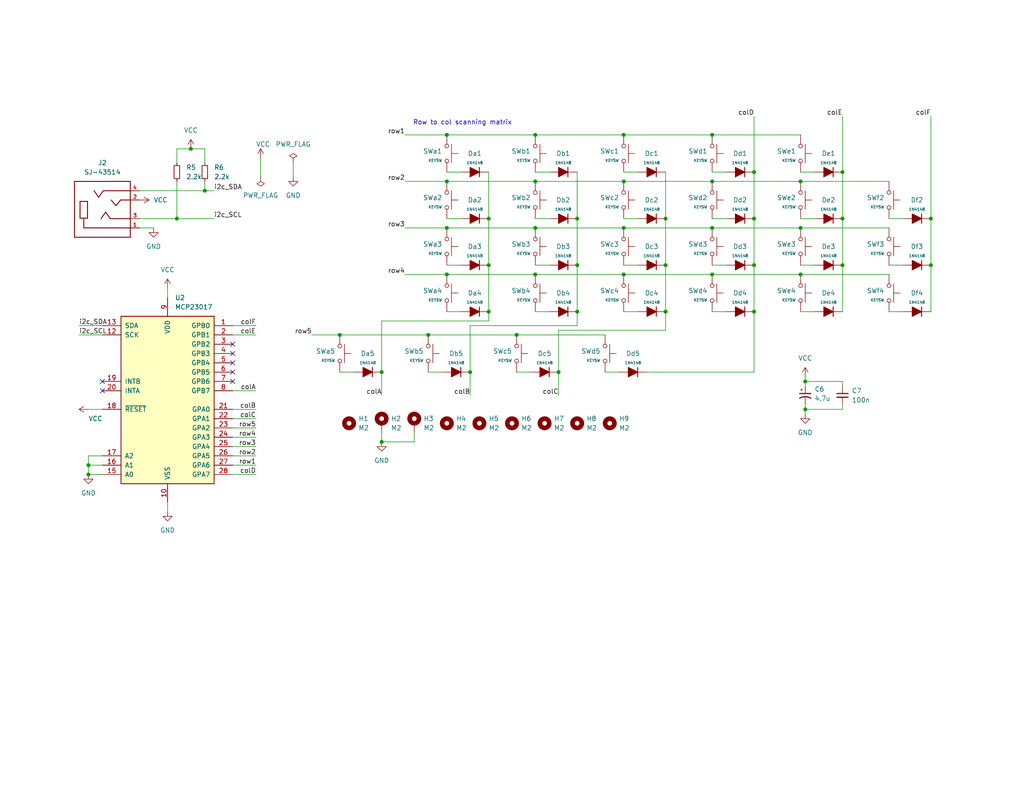
<source format=kicad_sch>
(kicad_sch (version 20211123) (generator eeschema)
  (paper "USLetter")
  (title_block (title "BlueJay Right"))
  (lib_symbols
    (symbol "BlueJaySymbolLibrary:C_Small" (pin_numbers hide) (pin_names (offset 0.254) hide)
      (property "Reference" "C" (at 0.254 1.778 0))
      (property "Value" "C_Small" (at 0.254 -2.032 0))
      (symbol "C_Small_0_1"
        (polyline (pts (xy -1.524 -0.508) (xy 1.524 -0.508)) (stroke (width 0.3302)))
        (polyline (pts (xy -1.524 0.508) (xy 1.524 0.508)) (stroke (width 0.3048)))
      )
      (symbol "C_Small_1_1"
        (pin passive line (at 0 2.54 270) (length 2.032) (name "~") (number "1"))
        (pin passive line (at 0 -2.54 90) (length 2.032) (name "~") (number "2"))
      )
    )
    (symbol "BlueJaySymbolLibrary:Device_CP1_Small" (pin_numbers hide) (pin_names (offset 0.254) hide)
      (property "Reference" "C" (at 0.254 1.778 0))
      (property "Value" "Device_CP1_Small" (at 0.254 -2.032 0))
      (symbol "Device_CP1_Small_0_1"
        (polyline (pts (xy -1.524 0.508) (xy 1.524 0.508)) (stroke (width 0.3048)))
        (polyline (pts (xy -1.27 1.524) (xy -0.762 1.524)))
        (polyline (pts (xy -1.016 1.27) (xy -1.016 1.778)))
        (arc (start 1.524 -0.762) (mid 0 -0.3734) (end -1.524 -0.762) (stroke (width 0.3048)))
      )
      (symbol "Device_CP1_Small_1_1"
        (pin passive line (at 0 2.54 270) (length 2.032) (name "~") (number "1"))
        (pin passive line (at 0 -2.54 90) (length 2.032) (name "~") (number "2"))
      )
    )
    (symbol "BlueJaySymbolLibrary:Device_R_Small" (pin_numbers hide) (pin_names (offset 0.254) hide)
      (property "Reference" "R" (at 0.762 0.508 0))
      (property "Value" "Device_R_Small" (at 0.762 -1.016 0))
      (symbol "Device_R_Small_0_1"
        (rectangle (start -0.762 1.778) (end 0.762 -1.778) (stroke (width 0.2032)))
      )
      (symbol "Device_R_Small_1_1"
        (pin passive line (at 0 2.54 270) (length 0.762) (name "~") (number "1"))
        (pin passive line (at 0 -2.54 90) (length 0.762) (name "~") (number "2"))
      )
    )
    (symbol "BlueJaySymbolLibrary:Interface_Expansion_MCP23017_SP" (pin_names (offset 1.016))
      (property "Reference" "U" (at -11.43 24.13 0))
      (property "Value" "Interface_Expansion_MCP23017_SP" (at 0 0 0))
      (symbol "Interface_Expansion_MCP23017_SP_0_1"
        (rectangle (start -12.7 22.86) (end 12.7 -22.86) (stroke (width 0.254)) (fill (type background)))
      )
      (symbol "Interface_Expansion_MCP23017_SP_1_1"
        (pin bidirectional line (at 17.78 20.32 180) (length 5.08) (name "GPB0") (number "1"))
        (pin power_in line (at 0 -27.94 90) (length 5.08) (name "VSS") (number "10"))
        (pin no_connect line (at -12.7 15.24 0) (length 5.08) hide (name "NC") (number "11"))
        (pin input line (at -17.78 17.78 0) (length 5.08) (name "SCK") (number "12"))
        (pin bidirectional line (at -17.78 20.32 0) (length 5.08) (name "SDA") (number "13"))
        (pin no_connect line (at -12.7 12.7 0) (length 5.08) hide (name "NC") (number "14"))
        (pin input line (at -17.78 -20.32 0) (length 5.08) (name "A0") (number "15"))
        (pin input line (at -17.78 -17.78 0) (length 5.08) (name "A1") (number "16"))
        (pin input line (at -17.78 -15.24 0) (length 5.08) (name "A2") (number "17"))
        (pin input line (at -17.78 -2.54 0) (length 5.08) (name "~{RESET}") (number "18"))
        (pin tri_state line (at -17.78 5.08 0) (length 5.08) (name "INTB") (number "19"))
        (pin bidirectional line (at 17.78 17.78 180) (length 5.08) (name "GPB1") (number "2"))
        (pin tri_state line (at -17.78 2.54 0) (length 5.08) (name "INTA") (number "20"))
        (pin bidirectional line (at 17.78 -2.54 180) (length 5.08) (name "GPA0") (number "21"))
        (pin bidirectional line (at 17.78 -5.08 180) (length 5.08) (name "GPA1") (number "22"))
        (pin bidirectional line (at 17.78 -7.62 180) (length 5.08) (name "GPA2") (number "23"))
        (pin bidirectional line (at 17.78 -10.16 180) (length 5.08) (name "GPA3") (number "24"))
        (pin bidirectional line (at 17.78 -12.7 180) (length 5.08) (name "GPA4") (number "25"))
        (pin bidirectional line (at 17.78 -15.24 180) (length 5.08) (name "GPA5") (number "26"))
        (pin bidirectional line (at 17.78 -17.78 180) (length 5.08) (name "GPA6") (number "27"))
        (pin bidirectional line (at 17.78 -20.32 180) (length 5.08) (name "GPA7") (number "28"))
        (pin bidirectional line (at 17.78 15.24 180) (length 5.08) (name "GPB2") (number "3"))
        (pin bidirectional line (at 17.78 12.7 180) (length 5.08) (name "GPB3") (number "4"))
        (pin bidirectional line (at 17.78 10.16 180) (length 5.08) (name "GPB4") (number "5"))
        (pin bidirectional line (at 17.78 7.62 180) (length 5.08) (name "GPB5") (number "6"))
        (pin bidirectional line (at 17.78 5.08 180) (length 5.08) (name "GPB6") (number "7"))
        (pin bidirectional line (at 17.78 2.54 180) (length 5.08) (name "GPB7") (number "8"))
        (pin power_in line (at 0 27.94 270) (length 5.08) (name "VDD") (number "9"))
      )
    )
    (symbol "BlueJaySymbolLibrary:SJ-43514" (pin_names (offset 1.016) hide)
      (property "Reference" "J" (at -7.62 8.382 0))
      (property "Value" "SJ-43514" (at -7.62 -10.16 0))
      (symbol "SJ-43514_0_0"
        (polyline (pts (xy -7.62 -7.62) (xy -7.62 7.62)) (stroke (width 0.254)))
        (polyline (pts (xy -7.62 7.62) (xy 7.62 7.62)) (stroke (width 0.254)))
        (polyline (pts (xy -6.096 -2.413) (xy -4.064 -2.413)) (stroke (width 0.254)))
        (polyline (pts (xy -6.096 2.159) (xy -6.096 -2.413)) (stroke (width 0.254)))
        (polyline (pts (xy -5.08 -5.08) (xy 7.62 -5.08)) (stroke (width 0.254)))
        (polyline (pts (xy -5.08 -2.54) (xy -5.08 -5.08)) (stroke (width 0.254)))
        (polyline (pts (xy -4.064 -2.413) (xy -4.064 2.159)) (stroke (width 0.254)))
        (polyline (pts (xy -4.064 2.159) (xy -6.096 2.159)) (stroke (width 0.254)))
        (polyline (pts (xy -2.286 5.08) (xy -1.016 3.302)) (stroke (width 0.254)))
        (polyline (pts (xy -1.016 3.302) (xy 0.254 5.08)) (stroke (width 0.254)))
        (polyline (pts (xy -0.381 -2.54) (xy 0.889 -0.762)) (stroke (width 0.254)))
        (polyline (pts (xy 0.381 5.08) (xy 7.62 5.08)) (stroke (width 0.254)))
        (polyline (pts (xy 0.889 -0.762) (xy 2.159 -2.54)) (stroke (width 0.254)))
        (polyline (pts (xy 2.159 -2.54) (xy 7.62 -2.54)) (stroke (width 0.254)))
        (polyline (pts (xy 2.413 2.54) (xy 3.683 1.016)) (stroke (width 0.254)))
        (polyline (pts (xy 3.683 1.016) (xy 4.953 2.54)) (stroke (width 0.254)))
        (polyline (pts (xy 4.953 2.54) (xy 7.62 2.54)) (stroke (width 0.254)))
        (polyline (pts (xy 7.62 -7.62) (xy -7.62 -7.62)) (stroke (width 0.254)))
        (polyline (pts (xy 7.62 -5.08) (xy 7.62 -7.62)) (stroke (width 0.254)))
        (polyline (pts (xy 7.62 -2.54) (xy 7.62 -5.08)) (stroke (width 0.254)))
        (polyline (pts (xy 7.62 2.54) (xy 7.62 -2.54)) (stroke (width 0.254)))
        (polyline (pts (xy 7.62 5.08) (xy 7.62 2.54)) (stroke (width 0.254)))
        (polyline (pts (xy 7.62 7.62) (xy 7.62 5.08)) (stroke (width 0.254)))
        (pin passive line (at 10.16 -5.08 180) (length 2.54) (name "~") (number "1"))
        (pin passive line (at 10.16 2.54 180) (length 2.54) (name "~") (number "2"))
        (pin passive line (at 10.16 -2.54 180) (length 2.54) (name "~") (number "3"))
        (pin passive line (at 10.16 5.08 180) (length 2.54) (name "~") (number "4"))
      )
    )
    (symbol "BlueJaySymbolLibrary:Switch_SW_Push" (pin_numbers hide) (pin_names (offset 1.016) hide)
      (property "Reference" "SW" (at 1.27 2.54 0))
      (property "Value" "Switch_SW_Push" (at 0 -1.524 0))
      (symbol "Switch_SW_Push_0_1"
        (circle (center -2.032 0) (radius 0.508))
        (polyline (pts (xy 0 1.27) (xy 0 3.048)))
        (polyline (pts (xy 2.54 1.27) (xy -2.54 1.27)))
        (circle (center 2.032 0) (radius 0.508))
        (pin passive line (at -5.08 0 0) (length 2.54) (name "1") (number "1"))
        (pin passive line (at 5.08 0 180) (length 2.54) (name "2") (number "2"))
      )
    )
    (symbol "Diode_AKL:1N4148" (pin_numbers hide) (pin_names (offset 1.016) hide)
      (property "Reference" "D" (at 0 5.08 0))
      (property "Value" "1N4148" (at 0 2.54 0))
      (symbol "1N4148_0_1"
        (polyline (pts (xy -1.27 0) (xy 1.27 0)))
        (polyline (pts (xy 1.27 1.27) (xy 1.27 -1.27)) (stroke (width 0.254)))
        (polyline (pts (xy -1.27 1.27) (xy -1.27 -1.27) (xy 1.27 0) (xy -1.27 1.27)) (stroke (width 0.254)) (fill (type outline)))
      )
      (symbol "1N4148_1_1"
        (pin passive line (at 3.81 0 180) (length 2.54) (name "K") (number "1"))
        (pin passive line (at -3.81 0 0) (length 2.54) (name "A") (number "2"))
      )
    )
    (symbol "Mechanical:MountingHole" (pin_numbers hide) (pin_names (offset 1.016) hide)
      (property "Reference" "H" (at 0 5.08 0))
      (property "Value" "MountingHole" (at 0 3.175 0))
      (symbol "MountingHole_0_1"
        (circle (center 0 0) (radius 1.27) (stroke (width 1.27)))
      )
    )
    (symbol "Mechanical:MountingHole_Pad" (pin_numbers hide) (pin_names (offset 1.016) hide)
      (property "Reference" "H" (at 0 6.35 0))
      (property "Value" "MountingHole_Pad" (at 0 4.445 0))
      (symbol "MountingHole_Pad_0_1"
        (circle (center 0 1.27) (radius 1.27) (stroke (width 1.27)))
      )
      (symbol "MountingHole_Pad_1_1"
        (pin input line (at 0 -2.54 90) (length 2.54) (name "1") (number "1"))
      )
    )
    (symbol "power:GND" (power) (pin_names (offset 0))
      (property "Value" "GND" (at 0 -3.81 0))
      (symbol "GND_0_1"
        (polyline (pts (xy 0 0) (xy 0 -1.27) (xy 1.27 -1.27) (xy 0 -2.54) (xy -1.27 -1.27) (xy 0 -1.27)))
      )
      (symbol "GND_1_1"
        (pin power_in line (at 0 0 270) (length 0) hide (name "GND") (number "1"))
      )
    )
    (symbol "power:PWR_FLAG" (power) (pin_numbers hide) (pin_names (offset 0) hide)
      (property "Value" "PWR_FLAG" (at 0 3.81 0))
      (symbol "PWR_FLAG_0_0"
        (pin power_out line (at 0 0 90) (length 0) (name "pwr") (number "1"))
      )
      (symbol "PWR_FLAG_0_1"
        (polyline (pts (xy 0 0) (xy 0 1.27) (xy -1.016 1.905) (xy 0 2.54) (xy 1.016 1.905) (xy 0 1.27)))
      )
    )
    (symbol "power:VCC" (power) (pin_names (offset 0))
      (property "Value" "VCC" (at 0 3.81 0))
      (symbol "VCC_0_1"
        (polyline (pts (xy -0.762 1.27) (xy 0 2.54)))
        (polyline (pts (xy 0 0) (xy 0 2.54)))
        (polyline (pts (xy 0 2.54) (xy 0.762 1.27)))
      )
      (symbol "VCC_1_1"
        (pin power_in line (at 0 0 90) (length 0) hide (name "VCC") (number "1"))
      )
    )
  )
  (junction (at 194.31 62.23))
  (junction (at 218.44 74.93))
  (junction (at 219.71 104.14))
  (junction (at 170.18 36.83))
  (junction (at 121.92 74.93))
  (junction (at 205.74 59.69))
  (junction (at 121.92 62.23))
  (junction (at 133.35 59.69))
  (junction (at 218.44 49.53))
  (junction (at 55.88 52.07))
  (junction (at 104.14 101.6))
  (junction (at 170.18 74.93))
  (junction (at 157.48 59.69))
  (junction (at 157.48 85.09))
  (junction (at 146.05 49.53))
  (junction (at 121.92 36.83))
  (junction (at 52.07 40.64))
  (junction (at 133.35 85.09))
  (junction (at 205.74 85.09))
  (junction (at 194.31 49.53))
  (junction (at 92.71 91.44))
  (junction (at 121.92 49.53))
  (junction (at 170.18 62.23))
  (junction (at 146.05 74.93))
  (junction (at 194.31 74.93))
  (junction (at 205.74 46.99))
  (junction (at 254 72.39))
  (junction (at 116.84 91.44))
  (junction (at 254 59.69))
  (junction (at 146.05 36.83))
  (junction (at 140.97 91.44))
  (junction (at 229.87 46.99))
  (junction (at 194.31 36.83))
  (junction (at 146.05 62.23))
  (junction (at 219.71 111.76))
  (junction (at 218.44 62.23))
  (junction (at 157.48 72.39))
  (junction (at 24.13 129.54))
  (junction (at 24.13 127))
  (junction (at 133.35 72.39))
  (junction (at 205.74 72.39))
  (junction (at 152.4 101.6))
  (junction (at 128.27 101.6))
  (junction (at 181.61 72.39))
  (junction (at 181.61 59.69))
  (junction (at 181.61 85.09))
  (junction (at 229.87 72.39))
  (junction (at 48.26 59.69))
  (junction (at 229.87 59.69))
  (junction (at 170.18 49.53))
  (junction (at 104.14 120.65))
  (no_connect (at 63.5 101.6))
  (no_connect (at 63.5 96.52))
  (no_connect (at 63.5 99.06))
  (no_connect (at 63.5 104.14))
  (no_connect (at 63.5 93.98))
  (no_connect (at 27.94 104.14))
  (no_connect (at 27.94 106.68))
  (wire (pts (xy 55.88 49.53) (xy 55.88 52.07)))
  (wire (pts (xy 63.5 116.84) (xy 69.85 116.84)))
  (wire (pts (xy 48.26 49.53) (xy 48.26 59.69)))
  (wire (pts (xy 222.25 59.69) (xy 218.44 59.69)))
  (wire (pts (xy 133.35 59.69) (xy 133.35 72.39)))
  (wire (pts (xy 194.31 36.83) (xy 170.18 36.83)))
  (wire (pts (xy 63.5 121.92) (xy 69.85 121.92)))
  (wire (pts (xy 246.38 72.39) (xy 242.57 72.39)))
  (wire (pts (xy 48.26 59.69) (xy 58.42 59.69)))
  (wire (pts (xy 246.38 85.09) (xy 242.57 85.09)))
  (wire (pts (xy 181.61 85.09) (xy 181.61 90.17)))
  (wire (pts (xy 219.71 104.14) (xy 219.71 105.41)))
  (wire (pts (xy 113.03 118.11) (xy 113.03 120.65)))
  (wire (pts (xy 152.4 90.17) (xy 152.4 101.6)))
  (wire (pts (xy 104.14 87.63) (xy 104.14 101.6)))
  (wire (pts (xy 48.26 40.64) (xy 48.26 44.45)))
  (wire (pts (xy 246.38 59.69) (xy 242.57 59.69)))
  (wire (pts (xy 198.12 59.69) (xy 194.31 59.69)))
  (wire (pts (xy 121.92 49.53) (xy 110.49 49.53)))
  (wire (pts (xy 194.31 74.93) (xy 170.18 74.93)))
  (wire (pts (xy 38.1 52.07) (xy 55.88 52.07)))
  (wire (pts (xy 173.99 46.99) (xy 170.18 46.99)))
  (wire (pts (xy 125.73 85.09) (xy 121.92 85.09)))
  (wire (pts (xy 21.59 88.9) (xy 27.94 88.9)))
  (wire (pts (xy 205.74 72.39) (xy 205.74 85.09)))
  (wire (pts (xy 21.59 91.44) (xy 27.94 91.44)))
  (wire (pts (xy 63.5 91.44) (xy 69.85 91.44)))
  (wire (pts (xy 116.84 91.44) (xy 92.71 91.44)))
  (wire (pts (xy 146.05 62.23) (xy 121.92 62.23)))
  (wire (pts (xy 149.86 59.69) (xy 146.05 59.69)))
  (wire (pts (xy 24.13 111.76) (xy 27.94 111.76)))
  (wire (pts (xy 63.5 106.68) (xy 69.85 106.68)))
  (wire (pts (xy 219.71 111.76) (xy 219.71 113.03)))
  (wire (pts (xy 133.35 87.63) (xy 104.14 87.63)))
  (wire (pts (xy 140.97 91.44) (xy 165.1 91.44)))
  (wire (pts (xy 198.12 85.09) (xy 194.31 85.09)))
  (wire (pts (xy 254 72.39) (xy 254 85.09)))
  (wire (pts (xy 104.14 101.6) (xy 104.14 107.95)))
  (wire (pts (xy 24.13 127) (xy 24.13 124.46)))
  (wire (pts (xy 24.13 129.54) (xy 27.94 129.54)))
  (wire (pts (xy 146.05 36.83) (xy 121.92 36.83)))
  (wire (pts (xy 45.72 137.16) (xy 45.72 139.7)))
  (wire (pts (xy 63.5 119.38) (xy 69.85 119.38)))
  (wire (pts (xy 133.35 72.39) (xy 133.35 85.09)))
  (wire (pts (xy 149.86 72.39) (xy 146.05 72.39)))
  (wire (pts (xy 146.05 49.53) (xy 121.92 49.53)))
  (wire (pts (xy 229.87 46.99) (xy 229.87 59.69)))
  (wire (pts (xy 173.99 59.69) (xy 170.18 59.69)))
  (wire (pts (xy 254 59.69) (xy 254 72.39)))
  (wire (pts (xy 24.13 127) (xy 27.94 127)))
  (wire (pts (xy 55.88 40.64) (xy 55.88 44.45)))
  (wire (pts (xy 219.71 110.49) (xy 219.71 111.76)))
  (wire (pts (xy 24.13 124.46) (xy 27.94 124.46)))
  (wire (pts (xy 229.87 72.39) (xy 229.87 85.09)))
  (wire (pts (xy 157.48 59.69) (xy 157.48 72.39)))
  (wire (pts (xy 170.18 74.93) (xy 146.05 74.93)))
  (wire (pts (xy 173.99 85.09) (xy 170.18 85.09)))
  (wire (pts (xy 38.1 62.23) (xy 41.91 62.23)))
  (wire (pts (xy 113.03 120.65) (xy 104.14 120.65)))
  (wire (pts (xy 133.35 46.99) (xy 133.35 59.69)))
  (wire (pts (xy 96.52 101.6) (xy 92.71 101.6)))
  (wire (pts (xy 157.48 46.99) (xy 157.48 59.69)))
  (wire (pts (xy 222.25 72.39) (xy 218.44 72.39)))
  (wire (pts (xy 146.05 74.93) (xy 121.92 74.93)))
  (wire (pts (xy 205.74 101.6) (xy 176.53 101.6)))
  (wire (pts (xy 63.5 111.76) (xy 69.85 111.76)))
  (wire (pts (xy 121.92 62.23) (xy 110.49 62.23)))
  (wire (pts (xy 229.87 105.41) (xy 229.87 104.14)))
  (wire (pts (xy 55.88 52.07) (xy 58.42 52.07)))
  (wire (pts (xy 157.48 88.9) (xy 128.27 88.9)))
  (wire (pts (xy 254 31.75) (xy 254 59.69)))
  (wire (pts (xy 181.61 59.69) (xy 181.61 72.39)))
  (wire (pts (xy 218.44 74.93) (xy 194.31 74.93)))
  (wire (pts (xy 205.74 46.99) (xy 205.74 59.69)))
  (wire (pts (xy 80.01 44.45) (xy 80.01 48.26)))
  (wire (pts (xy 198.12 72.39) (xy 194.31 72.39)))
  (wire (pts (xy 63.5 124.46) (xy 69.85 124.46)))
  (wire (pts (xy 152.4 101.6) (xy 152.4 107.95)))
  (wire (pts (xy 229.87 59.69) (xy 229.87 72.39)))
  (wire (pts (xy 157.48 85.09) (xy 157.48 88.9)))
  (wire (pts (xy 157.48 72.39) (xy 157.48 85.09)))
  (wire (pts (xy 128.27 101.6) (xy 128.27 107.95)))
  (wire (pts (xy 63.5 129.54) (xy 69.85 129.54)))
  (wire (pts (xy 218.44 62.23) (xy 194.31 62.23)))
  (wire (pts (xy 63.5 88.9) (xy 69.85 88.9)))
  (wire (pts (xy 194.31 62.23) (xy 170.18 62.23)))
  (wire (pts (xy 218.44 49.53) (xy 194.31 49.53)))
  (wire (pts (xy 219.71 102.87) (xy 219.71 104.14)))
  (wire (pts (xy 170.18 36.83) (xy 146.05 36.83)))
  (wire (pts (xy 173.99 72.39) (xy 170.18 72.39)))
  (wire (pts (xy 63.5 127) (xy 69.85 127)))
  (wire (pts (xy 205.74 59.69) (xy 205.74 72.39)))
  (wire (pts (xy 133.35 85.09) (xy 133.35 87.63)))
  (wire (pts (xy 170.18 62.23) (xy 146.05 62.23)))
  (wire (pts (xy 229.87 111.76) (xy 219.71 111.76)))
  (wire (pts (xy 125.73 59.69) (xy 121.92 59.69)))
  (wire (pts (xy 194.31 49.53) (xy 170.18 49.53)))
  (wire (pts (xy 229.87 110.49) (xy 229.87 111.76)))
  (wire (pts (xy 128.27 88.9) (xy 128.27 101.6)))
  (wire (pts (xy 229.87 104.14) (xy 219.71 104.14)))
  (wire (pts (xy 52.07 40.64) (xy 48.26 40.64)))
  (wire (pts (xy 181.61 72.39) (xy 181.61 85.09)))
  (wire (pts (xy 242.57 74.93) (xy 218.44 74.93)))
  (wire (pts (xy 92.71 91.44) (xy 85.09 91.44)))
  (wire (pts (xy 222.25 46.99) (xy 218.44 46.99)))
  (wire (pts (xy 104.14 118.11) (xy 104.14 120.65)))
  (wire (pts (xy 205.74 85.09) (xy 205.74 101.6)))
  (wire (pts (xy 242.57 62.23) (xy 218.44 62.23)))
  (wire (pts (xy 125.73 46.99) (xy 121.92 46.99)))
  (wire (pts (xy 121.92 36.83) (xy 110.49 36.83)))
  (wire (pts (xy 38.1 59.69) (xy 48.26 59.69)))
  (wire (pts (xy 168.91 101.6) (xy 165.1 101.6)))
  (wire (pts (xy 149.86 85.09) (xy 146.05 85.09)))
  (wire (pts (xy 63.5 114.3) (xy 69.85 114.3)))
  (wire (pts (xy 198.12 46.99) (xy 194.31 46.99)))
  (wire (pts (xy 52.07 40.64) (xy 55.88 40.64)))
  (wire (pts (xy 125.73 72.39) (xy 121.92 72.39)))
  (wire (pts (xy 71.12 43.18) (xy 71.12 48.26)))
  (wire (pts (xy 205.74 31.75) (xy 205.74 46.99)))
  (wire (pts (xy 120.65 101.6) (xy 116.84 101.6)))
  (wire (pts (xy 24.13 129.54) (xy 24.13 127)))
  (wire (pts (xy 218.44 36.83) (xy 194.31 36.83)))
  (wire (pts (xy 229.87 31.75) (xy 229.87 46.99)))
  (wire (pts (xy 149.86 46.99) (xy 146.05 46.99)))
  (wire (pts (xy 144.78 101.6) (xy 140.97 101.6)))
  (wire (pts (xy 121.92 74.93) (xy 110.49 74.93)))
  (wire (pts (xy 181.61 46.99) (xy 181.61 59.69)))
  (wire (pts (xy 181.61 90.17) (xy 152.4 90.17)))
  (wire (pts (xy 170.18 49.53) (xy 146.05 49.53)))
  (wire (pts (xy 222.25 85.09) (xy 218.44 85.09)))
  (wire (pts (xy 45.72 78.74) (xy 45.72 81.28)))
  (wire (pts (xy 242.57 49.53) (xy 218.44 49.53)))
  (wire (pts (xy 140.97 91.44) (xy 116.84 91.44)))
  (text "Row to col scanning matrix" (at 139.7 34.29 180) (effects (font (size 1.27 1.27)) (justify right bottom)))
  (label "i2c_SCL" (at 21.59 91.44 0))
  (label "colF" (at 69.85 88.9 180))
  (label "colE" (at 229.87 31.75 180))
  (label "colE" (at 69.85 91.44 180))
  (label "colC" (at 69.85 114.3 180))
  (label "row2" (at 69.85 124.46 180))
  (label "colB" (at 69.85 111.76 180))
  (label "colB" (at 128.27 107.95 180))
  (label "colD" (at 205.74 31.75 180))
  (label "row1" (at 110.49 36.83 180))
  (label "row2" (at 110.49 49.53 180))
  (label "i2c_SDA" (at 21.59 88.9 0))
  (label "colC" (at 152.4 107.95 180))
  (label "row4" (at 69.85 119.38 180))
  (label "colA" (at 69.85 106.68 180))
  (label "colF" (at 254 31.75 180))
  (label "i2c_SCL" (at 58.42 59.69 0))
  (label "colD" (at 69.85 129.54 180))
  (label "row5" (at 69.85 116.84 180))
  (label "row5" (at 85.09 91.44 180))
  (label "row3" (at 69.85 121.92 180))
  (label "row4" (at 110.49 74.93 180))
  (label "colA" (at 104.14 107.95 180))
  (label "row3" (at 110.49 62.23 180))
  (label "row1" (at 69.85 127 180))
  (label "i2c_SDA" (at 58.42 52.07 0))
  (symbol (lib_id "BlueJaySymbolLibrary:Switch_SW_Push") (at 121.92 80.01 270) (mirror x) (unit 1)
    (property "Reference" "SWa4" (at 120.65 79.3749 90) (effects (justify right)))
    (property "Value" "KEYSW" (at 120.65 81.9149 90) (effects (font (size 0.75 0.75)) (justify right)))
    (property "Footprint" "BlueJay footprints:SW_MX" (effects hide))
  )
  (symbol (lib_id "BlueJaySymbolLibrary:Switch_SW_Push") (at 121.92 54.61 270) (mirror x) (unit 1)
    (property "Reference" "SWa2" (at 120.65 53.9749 90) (effects (justify right)))
    (property "Value" "KEYSW" (at 120.65 56.5149 90) (effects (font (size 0.75 0.75)) (justify right)))
    (property "Footprint" "BlueJay footprints:SW_MX" (effects hide))
  )
  (symbol (lib_id "Diode_AKL:1N4148") (at 226.06 85.09 0) (mirror x) (unit 1)
    (property "Reference" "De4" (at 226.06 80.01 0))
    (property "Value" "1N4148" (at 226.06 82.55 0) (effects (font (size 0.75 0.75))))
    (property "Footprint" "BlueJay footprints:D_DO-35_SOD27_P5.08mm_Horizontal" (effects hide))
    (property "Datasheet" "https://datasheet.octopart.com/1N4148TR-ON-Semiconductor-datasheet-42765246.pdf" (effects hide))
  )
  (symbol (lib_id "Diode_AKL:1N4148") (at 129.54 46.99 0) (mirror x) (unit 1)
    (property "Reference" "Da1" (at 129.54 41.91 0))
    (property "Value" "1N4148" (at 129.54 44.45 0) (effects (font (size 0.75 0.75))))
    (property "Footprint" "BlueJay footprints:D_DO-35_SOD27_P5.08mm_Horizontal" (effects hide))
    (property "Datasheet" "https://datasheet.octopart.com/1N4148TR-ON-Semiconductor-datasheet-42765246.pdf" (effects hide))
  )
  (symbol (lib_id "Diode_AKL:1N4148") (at 177.8 85.09 0) (mirror x) (unit 1)
    (property "Reference" "Dc4" (at 177.8 80.01 0))
    (property "Value" "1N4148" (at 177.8 82.55 0) (effects (font (size 0.75 0.75))))
    (property "Footprint" "BlueJay footprints:D_DO-35_SOD27_P5.08mm_Horizontal" (effects hide))
    (property "Datasheet" "https://datasheet.octopart.com/1N4148TR-ON-Semiconductor-datasheet-42765246.pdf" (effects hide))
  )
  (symbol (lib_id "Mechanical:MountingHole") (at 148.59 115.57 0) (unit 1) (in_bom no)
    (property "Reference" "H7" (at 151.13 114.2999 0) (effects (justify left)))
    (property "Value" "M2" (at 151.13 116.8399 0) (effects (justify left)))
    (property "Footprint" "MountingHole:MountingHole_2.2mm_M2_Pad" (effects hide))
  )
  (symbol (lib_id "BlueJaySymbolLibrary:Interface_Expansion_MCP23017_SP") (at 45.72 109.22 0) (unit 1)
    (property "Reference" "U2" (at 47.7394 81.28 0) (effects (justify left)))
    (property "Value" "MCP23017" (at 47.7394 83.82 0) (effects (justify left)))
    (property "Footprint" "Package_DIP_AKL:DIP-28_W7.62mm_Socket" (effects hide))
  )
  (symbol (lib_id "Mechanical:MountingHole_Pad") (at 113.03 115.57 0) (unit 1)
    (property "Reference" "H3" (at 115.57 114.2999 0) (effects (justify left)))
    (property "Value" "M2" (at 115.57 116.8399 0) (effects (justify left)))
    (property "Footprint" "MountingHole:MountingHole_2.2mm_M2_Pad" (effects hide))
  )
  (symbol (lib_id "Diode_AKL:1N4148") (at 201.93 46.99 0) (mirror x) (unit 1)
    (property "Reference" "Dd1" (at 201.93 41.91 0))
    (property "Value" "1N4148" (at 201.93 44.45 0) (effects (font (size 0.75 0.75))))
    (property "Footprint" "BlueJay footprints:D_DO-35_SOD27_P5.08mm_Horizontal" (effects hide))
    (property "Datasheet" "https://datasheet.octopart.com/1N4148TR-ON-Semiconductor-datasheet-42765246.pdf" (effects hide))
  )
  (symbol (lib_id "BlueJaySymbolLibrary:Switch_SW_Push") (at 242.57 54.61 270) (mirror x) (unit 1)
    (property "Reference" "SWf2" (at 241.3 53.9749 90) (effects (justify right)))
    (property "Value" "KEYSW" (at 241.3 56.5149 90) (effects (font (size 0.75 0.75)) (justify right)))
    (property "Footprint" "BlueJay footprints:SW_MX" (effects hide))
  )
  (symbol (lib_id "Diode_AKL:1N4148") (at 177.8 46.99 0) (mirror x) (unit 1)
    (property "Reference" "Dc1" (at 177.8 41.91 0))
    (property "Value" "1N4148" (at 177.8 44.45 0) (effects (font (size 0.75 0.75))))
    (property "Footprint" "BlueJay footprints:D_DO-35_SOD27_P5.08mm_Horizontal" (effects hide))
    (property "Datasheet" "https://datasheet.octopart.com/1N4148TR-ON-Semiconductor-datasheet-42765246.pdf" (effects hide))
  )
  (symbol (lib_id "BlueJaySymbolLibrary:Switch_SW_Push") (at 170.18 54.61 270) (mirror x) (unit 1)
    (property "Reference" "SWc2" (at 168.91 53.9749 90) (effects (justify right)))
    (property "Value" "KEYSW" (at 168.91 56.5149 90) (effects (font (size 0.75 0.75)) (justify right)))
    (property "Footprint" "BlueJay footprints:SW_MX" (effects hide))
  )
  (symbol (lib_id "power:VCC") (at 38.1 54.61 270) (unit 1)
    (property "Reference" "#PWR0112" (effects hide))
    (property "Value" "VCC" (at 41.91 54.6099 90) (effects (justify left)))
  )
  (symbol (lib_id "BlueJaySymbolLibrary:Switch_SW_Push") (at 218.44 67.31 270) (mirror x) (unit 1)
    (property "Reference" "SWe3" (at 217.17 66.6749 90) (effects (justify right)))
    (property "Value" "KEYSW" (at 217.17 69.2149 90) (effects (font (size 0.75 0.75)) (justify right)))
    (property "Footprint" "BlueJay footprints:SW_MX" (effects hide))
  )
  (symbol (lib_id "BlueJaySymbolLibrary:Device_CP1_Small") (at 219.71 107.95 0) (unit 1)
    (property "Reference" "C6" (at 222.25 106.2481 0) (effects (justify left)))
    (property "Value" "4.7u" (at 222.25 108.7881 0) (effects (justify left)))
    (property "Footprint" "BlueJay footprints:CP_Radial_D4.0mm_P1.50mm" (effects hide))
  )
  (symbol (lib_id "power:GND") (at 80.01 48.26 0) (unit 1)
    (property "Reference" "#PWR0108" (effects hide))
    (property "Value" "GND" (at 80.01 53.34 0))
  )
  (symbol (lib_id "BlueJaySymbolLibrary:Switch_SW_Push") (at 194.31 67.31 270) (mirror x) (unit 1)
    (property "Reference" "SWd3" (at 193.04 66.6749 90) (effects (justify right)))
    (property "Value" "KEYSW" (at 193.04 69.2149 90) (effects (font (size 0.75 0.75)) (justify right)))
    (property "Footprint" "BlueJay footprints:SW_MX" (effects hide))
  )
  (symbol (lib_id "Mechanical:MountingHole_Pad") (at 104.14 115.57 0) (unit 1)
    (property "Reference" "H2" (at 106.68 114.2999 0) (effects (justify left)))
    (property "Value" "M2" (at 106.68 116.8399 0) (effects (justify left)))
    (property "Footprint" "MountingHole:MountingHole_2.2mm_M2_Pad" (effects hide))
  )
  (symbol (lib_id "power:GND") (at 45.72 139.7 0) (unit 1)
    (property "Reference" "#PWR0104" (effects hide))
    (property "Value" "GND" (at 45.72 144.78 0))
  )
  (symbol (lib_id "Mechanical:MountingHole") (at 166.37 115.57 0) (unit 1) (in_bom no)
    (property "Reference" "H9" (at 168.91 114.2999 0) (effects (justify left)))
    (property "Value" "M2" (at 168.91 116.8399 0) (effects (justify left)))
    (property "Footprint" "MountingHole:MountingHole_2.2mm_M2_Pad" (effects hide))
  )
  (symbol (lib_id "BlueJaySymbolLibrary:Switch_SW_Push") (at 194.31 54.61 270) (mirror x) (unit 1)
    (property "Reference" "SWd2" (at 193.04 53.9749 90) (effects (justify right)))
    (property "Value" "KEYSW" (at 193.04 56.5149 90) (effects (font (size 0.75 0.75)) (justify right)))
    (property "Footprint" "BlueJay footprints:SW_MX" (effects hide))
  )
  (symbol (lib_id "power:VCC") (at 52.07 40.64 0) (unit 1)
    (property "Reference" "#PWR0107" (effects hide))
    (property "Value" "VCC" (at 52.07 35.56 0))
  )
  (symbol (lib_id "BlueJaySymbolLibrary:SJ-43514") (at 27.94 57.15 0) (unit 1)
    (property "Reference" "J2" (at 27.94 44.45 0))
    (property "Value" "SJ-43514" (at 27.94 46.99 0))
    (property "Footprint" "BlueJay footprints:CUI_SJ-43514" (effects hide))
    (property "Datasheet" "1.04" (effects hide))
    (property "Field4" "MANUFACTURER RECOMMENDATIONS" (effects hide))
    (property "Field5" "CUI INC" (effects hide))
    (property "MANUFACTURER" "CUI INC" (effects hide))
    (property "PART_REV" "1.04" (effects hide))
    (property "STANDARD" "MANUFACTURER RECOMMENDATIONS" (effects hide))
  )
  (symbol (lib_id "Diode_AKL:1N4148") (at 226.06 59.69 0) (mirror x) (unit 1)
    (property "Reference" "De2" (at 226.06 54.61 0))
    (property "Value" "1N4148" (at 226.06 57.15 0) (effects (font (size 0.75 0.75))))
    (property "Footprint" "BlueJay footprints:D_DO-35_SOD27_P5.08mm_Horizontal" (effects hide))
    (property "Datasheet" "https://datasheet.octopart.com/1N4148TR-ON-Semiconductor-datasheet-42765246.pdf" (effects hide))
  )
  (symbol (lib_id "BlueJaySymbolLibrary:Switch_SW_Push") (at 242.57 67.31 270) (mirror x) (unit 1)
    (property "Reference" "SWf3" (at 241.3 66.6749 90) (effects (justify right)))
    (property "Value" "KEYSW" (at 241.3 69.2149 90) (effects (font (size 0.75 0.75)) (justify right)))
    (property "Footprint" "BlueJay footprints:SW_MX" (effects hide))
  )
  (symbol (lib_id "BlueJaySymbolLibrary:Switch_SW_Push") (at 146.05 67.31 270) (mirror x) (unit 1)
    (property "Reference" "SWb3" (at 144.78 66.6749 90) (effects (justify right)))
    (property "Value" "KEYSW" (at 144.78 69.2149 90) (effects (font (size 0.75 0.75)) (justify right)))
    (property "Footprint" "BlueJay footprints:SW_MX" (effects hide))
  )
  (symbol (lib_id "Diode_AKL:1N4148") (at 250.19 59.69 0) (mirror x) (unit 1)
    (property "Reference" "Df2" (at 250.19 54.61 0))
    (property "Value" "1N4148" (at 250.19 57.15 0) (effects (font (size 0.75 0.75))))
    (property "Footprint" "BlueJay footprints:D_DO-35_SOD27_P5.08mm_Horizontal" (effects hide))
    (property "Datasheet" "https://datasheet.octopart.com/1N4148TR-ON-Semiconductor-datasheet-42765246.pdf" (effects hide))
  )
  (symbol (lib_id "BlueJaySymbolLibrary:Switch_SW_Push") (at 218.44 80.01 270) (mirror x) (unit 1)
    (property "Reference" "SWe4" (at 217.17 79.3749 90) (effects (justify right)))
    (property "Value" "KEYSW" (at 217.17 81.9149 90) (effects (font (size 0.75 0.75)) (justify right)))
    (property "Footprint" "BlueJay footprints:SW_MX" (effects hide))
  )
  (symbol (lib_id "BlueJaySymbolLibrary:C_Small") (at 229.87 107.95 0) (unit 1)
    (property "Reference" "C7" (at 232.41 106.6862 0) (effects (justify left)))
    (property "Value" "100n" (at 232.41 109.2262 0) (effects (justify left)))
    (property "Footprint" "BlueJay footprints:C_Disc_D4.3mm_W1.9mm_P5.00mm" (effects hide))
  )
  (symbol (lib_id "power:GND") (at 219.71 113.03 0) (unit 1)
    (property "Reference" "#PWR0102" (effects hide))
    (property "Value" "GND" (at 219.71 118.11 0))
  )
  (symbol (lib_id "BlueJaySymbolLibrary:Switch_SW_Push") (at 165.1 96.52 270) (mirror x) (unit 1)
    (property "Reference" "SWd5" (at 163.83 95.8849 90) (effects (justify right)))
    (property "Value" "KEYSW" (at 163.83 98.4249 90) (effects (font (size 0.75 0.75)) (justify right)))
    (property "Footprint" "BlueJay footprints:SW_MX" (effects hide))
  )
  (symbol (lib_id "BlueJaySymbolLibrary:Switch_SW_Push") (at 170.18 67.31 270) (mirror x) (unit 1)
    (property "Reference" "SWc3" (at 168.91 66.6749 90) (effects (justify right)))
    (property "Value" "KEYSW" (at 168.91 69.2149 90) (effects (font (size 0.75 0.75)) (justify right)))
    (property "Footprint" "BlueJay footprints:SW_MX" (effects hide))
  )
  (symbol (lib_id "Diode_AKL:1N4148") (at 153.67 59.69 0) (mirror x) (unit 1)
    (property "Reference" "Db2" (at 153.67 54.61 0))
    (property "Value" "1N4148" (at 153.67 57.15 0) (effects (font (size 0.75 0.75))))
    (property "Footprint" "BlueJay footprints:D_DO-35_SOD27_P5.08mm_Horizontal" (effects hide))
    (property "Datasheet" "https://datasheet.octopart.com/1N4148TR-ON-Semiconductor-datasheet-42765246.pdf" (effects hide))
  )
  (symbol (lib_id "BlueJaySymbolLibrary:Switch_SW_Push") (at 170.18 41.91 270) (mirror x) (unit 1)
    (property "Reference" "SWc1" (at 168.91 41.2749 90) (effects (justify right)))
    (property "Value" "KEYSW" (at 168.91 43.8149 90) (effects (font (size 0.75 0.75)) (justify right)))
    (property "Footprint" "BlueJay footprints:SW_MX" (effects hide))
  )
  (symbol (lib_id "Diode_AKL:1N4148") (at 201.93 85.09 0) (mirror x) (unit 1)
    (property "Reference" "Dd4" (at 201.93 80.01 0))
    (property "Value" "1N4148" (at 201.93 82.55 0) (effects (font (size 0.75 0.75))))
    (property "Footprint" "BlueJay footprints:D_DO-35_SOD27_P5.08mm_Horizontal" (effects hide))
    (property "Datasheet" "https://datasheet.octopart.com/1N4148TR-ON-Semiconductor-datasheet-42765246.pdf" (effects hide))
  )
  (symbol (lib_id "Diode_AKL:1N4148") (at 226.06 72.39 0) (mirror x) (unit 1)
    (property "Reference" "De3" (at 226.06 67.31 0))
    (property "Value" "1N4148" (at 226.06 69.85 0) (effects (font (size 0.75 0.75))))
    (property "Footprint" "BlueJay footprints:D_DO-35_SOD27_P5.08mm_Horizontal" (effects hide))
    (property "Datasheet" "https://datasheet.octopart.com/1N4148TR-ON-Semiconductor-datasheet-42765246.pdf" (effects hide))
  )
  (symbol (lib_id "BlueJaySymbolLibrary:Switch_SW_Push") (at 242.57 80.01 270) (mirror x) (unit 1)
    (property "Reference" "SWf4" (at 241.3 79.3749 90) (effects (justify right)))
    (property "Value" "KEYSW" (at 241.3 81.9149 90) (effects (font (size 0.75 0.75)) (justify right)))
    (property "Footprint" "BlueJay footprints:SW_MX" (effects hide))
  )
  (symbol (lib_id "BlueJaySymbolLibrary:Device_R_Small") (at 48.26 46.99 0) (unit 1)
    (property "Reference" "R5" (at 50.8 45.7199 0) (effects (justify left)))
    (property "Value" "2.2k" (at 50.8 48.2599 0) (effects (justify left)))
    (property "Footprint" "BlueJay footprints:R_Axial_DIN0204_L3.6mm_D1.6mm_P5.08mm_Horizontal" (effects hide))
  )
  (symbol (lib_id "BlueJaySymbolLibrary:Switch_SW_Push") (at 194.31 80.01 270) (mirror x) (unit 1)
    (property "Reference" "SWd4" (at 193.04 79.3749 90) (effects (justify right)))
    (property "Value" "KEYSW" (at 193.04 81.9149 90) (effects (font (size 0.75 0.75)) (justify right)))
    (property "Footprint" "BlueJay footprints:SW_MX" (effects hide))
  )
  (symbol (lib_id "Diode_AKL:1N4148") (at 129.54 59.69 0) (mirror x) (unit 1)
    (property "Reference" "Da2" (at 129.54 54.61 0))
    (property "Value" "1N4148" (at 129.54 57.15 0) (effects (font (size 0.75 0.75))))
    (property "Footprint" "BlueJay footprints:D_DO-35_SOD27_P5.08mm_Horizontal" (effects hide))
    (property "Datasheet" "https://datasheet.octopart.com/1N4148TR-ON-Semiconductor-datasheet-42765246.pdf" (effects hide))
  )
  (symbol (lib_id "Diode_AKL:1N4148") (at 129.54 85.09 0) (mirror x) (unit 1)
    (property "Reference" "Da4" (at 129.54 80.01 0))
    (property "Value" "1N4148" (at 129.54 82.55 0) (effects (font (size 0.75 0.75))))
    (property "Footprint" "BlueJay footprints:D_DO-35_SOD27_P5.08mm_Horizontal" (effects hide))
    (property "Datasheet" "https://datasheet.octopart.com/1N4148TR-ON-Semiconductor-datasheet-42765246.pdf" (effects hide))
  )
  (symbol (lib_id "power:GND") (at 104.14 120.65 0) (unit 1)
    (property "Reference" "#PWR0110" (effects hide))
    (property "Value" "GND" (at 104.14 125.73 0))
  )
  (symbol (lib_id "power:GND") (at 41.91 62.23 0) (unit 1)
    (property "Reference" "#PWR0113" (effects hide))
    (property "Value" "GND" (at 41.91 67.31 0))
  )
  (symbol (lib_id "BlueJaySymbolLibrary:Switch_SW_Push") (at 218.44 54.61 270) (mirror x) (unit 1)
    (property "Reference" "SWe2" (at 217.17 53.9749 90) (effects (justify right)))
    (property "Value" "KEYSW" (at 217.17 56.5149 90) (effects (font (size 0.75 0.75)) (justify right)))
    (property "Footprint" "BlueJay footprints:SW_MX" (effects hide))
  )
  (symbol (lib_id "Mechanical:MountingHole") (at 130.81 115.57 0) (unit 1) (in_bom no)
    (property "Reference" "H5" (at 133.35 114.2999 0) (effects (justify left)))
    (property "Value" "M2" (at 133.35 116.8399 0) (effects (justify left)))
    (property "Footprint" "MountingHole:MountingHole_2.2mm_M2_Pad" (effects hide))
  )
  (symbol (lib_id "BlueJaySymbolLibrary:Device_R_Small") (at 55.88 46.99 0) (unit 1)
    (property "Reference" "R6" (at 58.42 45.7199 0) (effects (justify left)))
    (property "Value" "2.2k" (at 58.42 48.2599 0) (effects (justify left)))
    (property "Footprint" "BlueJay footprints:R_Axial_DIN0204_L3.6mm_D1.6mm_P5.08mm_Horizontal" (effects hide))
  )
  (symbol (lib_id "BlueJaySymbolLibrary:Switch_SW_Push") (at 170.18 80.01 270) (mirror x) (unit 1)
    (property "Reference" "SWc4" (at 168.91 79.3749 90) (effects (justify right)))
    (property "Value" "KEYSW" (at 168.91 81.9149 90) (effects (font (size 0.75 0.75)) (justify right)))
    (property "Footprint" "BlueJay footprints:SW_MX" (effects hide))
  )
  (symbol (lib_id "Diode_AKL:1N4148") (at 153.67 85.09 0) (mirror x) (unit 1)
    (property "Reference" "Db4" (at 153.67 80.01 0))
    (property "Value" "1N4148" (at 153.67 82.55 0) (effects (font (size 0.75 0.75))))
    (property "Footprint" "BlueJay footprints:D_DO-35_SOD27_P5.08mm_Horizontal" (effects hide))
    (property "Datasheet" "https://datasheet.octopart.com/1N4148TR-ON-Semiconductor-datasheet-42765246.pdf" (effects hide))
  )
  (symbol (lib_id "BlueJaySymbolLibrary:Switch_SW_Push") (at 146.05 54.61 270) (mirror x) (unit 1)
    (property "Reference" "SWb2" (at 144.78 53.9749 90) (effects (justify right)))
    (property "Value" "KEYSW" (at 144.78 56.5149 90) (effects (font (size 0.75 0.75)) (justify right)))
    (property "Footprint" "BlueJay footprints:SW_MX" (effects hide))
  )
  (symbol (lib_id "Diode_AKL:1N4148") (at 226.06 46.99 0) (mirror x) (unit 1)
    (property "Reference" "De1" (at 226.06 41.91 0))
    (property "Value" "1N4148" (at 226.06 44.45 0) (effects (font (size 0.75 0.75))))
    (property "Footprint" "BlueJay footprints:D_DO-35_SOD27_P5.08mm_Horizontal" (effects hide))
    (property "Datasheet" "https://datasheet.octopart.com/1N4148TR-ON-Semiconductor-datasheet-42765246.pdf" (effects hide))
  )
  (symbol (lib_id "power:VCC") (at 219.71 102.87 0) (unit 1)
    (property "Reference" "#PWR0101" (effects hide))
    (property "Value" "VCC" (at 219.71 97.79 0))
  )
  (symbol (lib_id "Diode_AKL:1N4148") (at 177.8 59.69 0) (mirror x) (unit 1)
    (property "Reference" "Dc2" (at 177.8 54.61 0))
    (property "Value" "1N4148" (at 177.8 57.15 0) (effects (font (size 0.75 0.75))))
    (property "Footprint" "BlueJay footprints:D_DO-35_SOD27_P5.08mm_Horizontal" (effects hide))
    (property "Datasheet" "https://datasheet.octopart.com/1N4148TR-ON-Semiconductor-datasheet-42765246.pdf" (effects hide))
  )
  (symbol (lib_id "Mechanical:MountingHole") (at 139.7 115.57 0) (unit 1) (in_bom no)
    (property "Reference" "H6" (at 142.24 114.2999 0) (effects (justify left)))
    (property "Value" "M2" (at 142.24 116.8399 0) (effects (justify left)))
    (property "Footprint" "MountingHole:MountingHole_2.2mm_M2_Pad" (effects hide))
  )
  (symbol (lib_id "Diode_AKL:1N4148") (at 153.67 46.99 0) (mirror x) (unit 1)
    (property "Reference" "Db1" (at 153.67 41.91 0))
    (property "Value" "1N4148" (at 153.67 44.45 0) (effects (font (size 0.75 0.75))))
    (property "Footprint" "BlueJay footprints:D_DO-35_SOD27_P5.08mm_Horizontal" (effects hide))
    (property "Datasheet" "https://datasheet.octopart.com/1N4148TR-ON-Semiconductor-datasheet-42765246.pdf" (effects hide))
  )
  (symbol (lib_id "Diode_AKL:1N4148") (at 124.46 101.6 0) (mirror x) (unit 1)
    (property "Reference" "Db5" (at 124.46 96.52 0))
    (property "Value" "1N4148" (at 124.46 99.06 0) (effects (font (size 0.75 0.75))))
    (property "Footprint" "BlueJay footprints:D_DO-35_SOD27_P5.08mm_Horizontal" (effects hide))
    (property "Datasheet" "https://datasheet.octopart.com/1N4148TR-ON-Semiconductor-datasheet-42765246.pdf" (effects hide))
  )
  (symbol (lib_id "power:VCC") (at 71.12 43.18 0) (unit 1)
    (property "Reference" "#PWR0109" (effects hide))
    (property "Value" "VCC" (at 69.85 39.37 0) (effects (justify left)))
  )
  (symbol (lib_id "Diode_AKL:1N4148") (at 201.93 59.69 0) (mirror x) (unit 1)
    (property "Reference" "Dd2" (at 201.93 54.61 0))
    (property "Value" "1N4148" (at 201.93 57.15 0) (effects (font (size 0.75 0.75))))
    (property "Footprint" "BlueJay footprints:D_DO-35_SOD27_P5.08mm_Horizontal" (effects hide))
    (property "Datasheet" "https://datasheet.octopart.com/1N4148TR-ON-Semiconductor-datasheet-42765246.pdf" (effects hide))
  )
  (symbol (lib_id "BlueJaySymbolLibrary:Switch_SW_Push") (at 218.44 41.91 270) (mirror x) (unit 1)
    (property "Reference" "SWe1" (at 217.17 41.2749 90) (effects (justify right)))
    (property "Value" "KEYSW" (at 217.17 43.8149 90) (effects (font (size 0.75 0.75)) (justify right)))
    (property "Footprint" "BlueJay footprints:SW_MX" (effects hide))
  )
  (symbol (lib_id "Diode_AKL:1N4148") (at 129.54 72.39 0) (mirror x) (unit 1)
    (property "Reference" "Da3" (at 129.54 67.31 0))
    (property "Value" "1N4148" (at 129.54 69.85 0) (effects (font (size 0.75 0.75))))
    (property "Footprint" "BlueJay footprints:D_DO-35_SOD27_P5.08mm_Horizontal" (effects hide))
    (property "Datasheet" "https://datasheet.octopart.com/1N4148TR-ON-Semiconductor-datasheet-42765246.pdf" (effects hide))
  )
  (symbol (lib_id "Diode_AKL:1N4148") (at 172.72 101.6 0) (mirror x) (unit 1)
    (property "Reference" "Dd5" (at 172.72 96.52 0))
    (property "Value" "1N4148" (at 172.72 99.06 0) (effects (font (size 0.75 0.75))))
    (property "Footprint" "BlueJay footprints:D_DO-35_SOD27_P5.08mm_Horizontal" (effects hide))
    (property "Datasheet" "https://datasheet.octopart.com/1N4148TR-ON-Semiconductor-datasheet-42765246.pdf" (effects hide))
  )
  (symbol (lib_id "BlueJaySymbolLibrary:Switch_SW_Push") (at 146.05 41.91 270) (mirror x) (unit 1)
    (property "Reference" "SWb1" (at 144.78 41.2749 90) (effects (justify right)))
    (property "Value" "KEYSW" (at 144.78 43.8149 90) (effects (font (size 0.75 0.75)) (justify right)))
    (property "Footprint" "BlueJay footprints:SW_MX" (effects hide))
  )
  (symbol (lib_id "BlueJaySymbolLibrary:Switch_SW_Push") (at 116.84 96.52 270) (mirror x) (unit 1)
    (property "Reference" "SWb5" (at 115.57 95.8849 90) (effects (justify right)))
    (property "Value" "KEYSW" (at 115.57 98.4249 90) (effects (font (size 0.75 0.75)) (justify right)))
    (property "Footprint" "BlueJay footprints:SW_MX" (effects hide))
  )
  (symbol (lib_id "Diode_AKL:1N4148") (at 100.33 101.6 0) (mirror x) (unit 1)
    (property "Reference" "Da5" (at 100.33 96.52 0))
    (property "Value" "1N4148" (at 100.33 99.06 0) (effects (font (size 0.75 0.75))))
    (property "Footprint" "BlueJay footprints:D_DO-35_SOD27_P5.08mm_Horizontal" (effects hide))
    (property "Datasheet" "https://datasheet.octopart.com/1N4148TR-ON-Semiconductor-datasheet-42765246.pdf" (effects hide))
  )
  (symbol (lib_id "power:VCC") (at 45.72 78.74 0) (unit 1)
    (property "Reference" "#PWR0106" (effects hide))
    (property "Value" "VCC" (at 45.72 73.66 0))
  )
  (symbol (lib_id "Diode_AKL:1N4148") (at 250.19 85.09 0) (mirror x) (unit 1)
    (property "Reference" "Df4" (at 250.19 80.01 0))
    (property "Value" "1N4148" (at 250.19 82.55 0) (effects (font (size 0.75 0.75))))
    (property "Footprint" "BlueJay footprints:D_DO-35_SOD27_P5.08mm_Horizontal" (effects hide))
    (property "Datasheet" "https://datasheet.octopart.com/1N4148TR-ON-Semiconductor-datasheet-42765246.pdf" (effects hide))
  )
  (symbol (lib_id "BlueJaySymbolLibrary:Switch_SW_Push") (at 121.92 41.91 270) (mirror x) (unit 1)
    (property "Reference" "SWa1" (at 120.65 41.2749 90) (effects (justify right)))
    (property "Value" "KEYSW" (at 120.65 43.8149 90) (effects (font (size 0.75 0.75)) (justify right)))
    (property "Footprint" "BlueJay footprints:SW_MX" (effects hide))
  )
  (symbol (lib_id "Diode_AKL:1N4148") (at 177.8 72.39 0) (mirror x) (unit 1)
    (property "Reference" "Dc3" (at 177.8 67.31 0))
    (property "Value" "1N4148" (at 177.8 69.85 0) (effects (font (size 0.75 0.75))))
    (property "Footprint" "BlueJay footprints:D_DO-35_SOD27_P5.08mm_Horizontal" (effects hide))
    (property "Datasheet" "https://datasheet.octopart.com/1N4148TR-ON-Semiconductor-datasheet-42765246.pdf" (effects hide))
  )
  (symbol (lib_id "Diode_AKL:1N4148") (at 201.93 72.39 0) (mirror x) (unit 1)
    (property "Reference" "Dd3" (at 201.93 67.31 0))
    (property "Value" "1N4148" (at 201.93 69.85 0) (effects (font (size 0.75 0.75))))
    (property "Footprint" "BlueJay footprints:D_DO-35_SOD27_P5.08mm_Horizontal" (effects hide))
    (property "Datasheet" "https://datasheet.octopart.com/1N4148TR-ON-Semiconductor-datasheet-42765246.pdf" (effects hide))
  )
  (symbol (lib_id "BlueJaySymbolLibrary:Switch_SW_Push") (at 92.71 96.52 270) (mirror x) (unit 1)
    (property "Reference" "SWa5" (at 91.44 95.8849 90) (effects (justify right)))
    (property "Value" "KEYSW" (at 91.44 98.4249 90) (effects (font (size 0.75 0.75)) (justify right)))
    (property "Footprint" "BlueJay footprints:SW_MX" (effects hide))
  )
  (symbol (lib_id "Diode_AKL:1N4148") (at 250.19 72.39 0) (mirror x) (unit 1)
    (property "Reference" "Df3" (at 250.19 67.31 0))
    (property "Value" "1N4148" (at 250.19 69.85 0) (effects (font (size 0.75 0.75))))
    (property "Footprint" "BlueJay footprints:D_DO-35_SOD27_P5.08mm_Horizontal" (effects hide))
    (property "Datasheet" "https://datasheet.octopart.com/1N4148TR-ON-Semiconductor-datasheet-42765246.pdf" (effects hide))
  )
  (symbol (lib_id "BlueJaySymbolLibrary:Switch_SW_Push") (at 194.31 41.91 270) (mirror x) (unit 1)
    (property "Reference" "SWd1" (at 193.04 41.2749 90) (effects (justify right)))
    (property "Value" "KEYSW" (at 193.04 43.8149 90) (effects (font (size 0.75 0.75)) (justify right)))
    (property "Footprint" "BlueJay footprints:SW_MX" (effects hide))
  )
  (symbol (lib_id "power:PWR_FLAG") (at 80.01 44.45 0) (unit 1)
    (property "Reference" "#FLG0101" (effects hide))
    (property "Value" "PWR_FLAG" (at 80.01 39.37 0))
  )
  (symbol (lib_id "power:VCC") (at 24.13 111.76 90) (unit 1)
    (property "Reference" "#PWR0103" (effects hide))
    (property "Value" "VCC" (at 24.13 114.3 90) (effects (justify right)))
  )
  (symbol (lib_id "power:GND") (at 24.13 129.54 0) (unit 1)
    (property "Reference" "#PWR0105" (effects hide))
    (property "Value" "GND" (at 24.13 134.62 0))
  )
  (symbol (lib_id "Mechanical:MountingHole") (at 121.92 115.57 0) (unit 1) (in_bom no)
    (property "Reference" "H4" (at 124.46 114.2999 0) (effects (justify left)))
    (property "Value" "M2" (at 124.46 116.8399 0) (effects (justify left)))
    (property "Footprint" "MountingHole:MountingHole_2.2mm_M2_Pad" (effects hide))
  )
  (symbol (lib_id "BlueJaySymbolLibrary:Switch_SW_Push") (at 121.92 67.31 270) (mirror x) (unit 1)
    (property "Reference" "SWa3" (at 120.65 66.6749 90) (effects (justify right)))
    (property "Value" "KEYSW" (at 120.65 69.2149 90) (effects (font (size 0.75 0.75)) (justify right)))
    (property "Footprint" "BlueJay footprints:SW_MX" (effects hide))
  )
  (symbol (lib_id "Mechanical:MountingHole") (at 95.25 115.57 0) (unit 1) (in_bom no)
    (property "Reference" "H1" (at 97.79 114.2999 0) (effects (justify left)))
    (property "Value" "M2" (at 97.79 116.8399 0) (effects (justify left)))
    (property "Footprint" "MountingHole:MountingHole_2.2mm_M2_Pad" (effects hide))
  )
  (symbol (lib_id "BlueJaySymbolLibrary:Switch_SW_Push") (at 146.05 80.01 270) (mirror x) (unit 1)
    (property "Reference" "SWb4" (at 144.78 79.3749 90) (effects (justify right)))
    (property "Value" "KEYSW" (at 144.78 81.9149 90) (effects (font (size 0.75 0.75)) (justify right)))
    (property "Footprint" "BlueJay footprints:SW_MX" (effects hide))
  )
  (symbol (lib_id "BlueJaySymbolLibrary:Switch_SW_Push") (at 140.97 96.52 270) (mirror x) (unit 1)
    (property "Reference" "SWc5" (at 139.7 95.8849 90) (effects (justify right)))
    (property "Value" "KEYSW" (at 139.7 98.4249 90) (effects (font (size 0.75 0.75)) (justify right)))
    (property "Footprint" "BlueJay footprints:SW_MX" (effects hide))
  )
  (symbol (lib_id "Diode_AKL:1N4148") (at 148.59 101.6 0) (mirror x) (unit 1)
    (property "Reference" "Dc5" (at 148.59 96.52 0))
    (property "Value" "1N4148" (at 148.59 99.06 0) (effects (font (size 0.75 0.75))))
    (property "Footprint" "BlueJay footprints:D_DO-35_SOD27_P5.08mm_Horizontal" (effects hide))
    (property "Datasheet" "https://datasheet.octopart.com/1N4148TR-ON-Semiconductor-datasheet-42765246.pdf" (effects hide))
  )
  (symbol (lib_id "power:PWR_FLAG") (at 71.12 48.26 180) (unit 1)
    (property "Reference" "#FLG0102" (effects hide))
    (property "Value" "PWR_FLAG" (at 71.12 53.34 0))
  )
  (symbol (lib_id "Mechanical:MountingHole") (at 157.48 115.57 0) (unit 1) (in_bom no)
    (property "Reference" "H8" (at 160.02 114.2999 0) (effects (justify left)))
    (property "Value" "M2" (at 160.02 116.8399 0) (effects (justify left)))
    (property "Footprint" "MountingHole:MountingHole_2.2mm_M2_Pad" (effects hide))
  )
  (symbol (lib_id "Diode_AKL:1N4148") (at 153.67 72.39 0) (mirror x) (unit 1)
    (property "Reference" "Db3" (at 153.67 67.31 0))
    (property "Value" "1N4148" (at 153.67 69.85 0) (effects (font (size 0.75 0.75))))
    (property "Footprint" "BlueJay footprints:D_DO-35_SOD27_P5.08mm_Horizontal" (effects hide))
    (property "Datasheet" "https://datasheet.octopart.com/1N4148TR-ON-Semiconductor-datasheet-42765246.pdf" (effects hide))
  )
)
</source>
